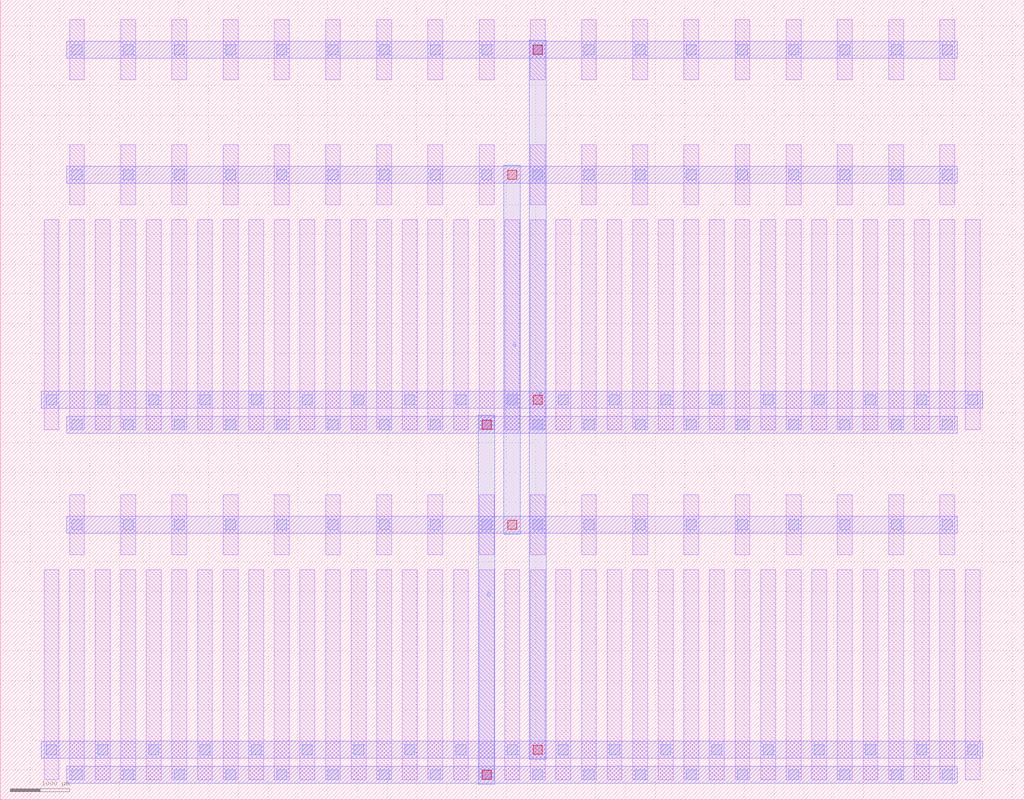
<source format=lef>
MACRO PMOS_S_24460802_X18_Y2
  UNITS 
    DATABASE MICRONS UNITS 1000;
  END UNITS 
  ORIGIN 0 0 ;
  FOREIGN PMOS_S_24460802_X18_Y2 0 0 ;
  SIZE 17200 BY 13440 ;
  PIN D
    DIRECTION INOUT ;
    USE SIGNAL ;
    PORT
      LAYER M3 ;
        RECT 8030 260 8310 6460 ;
    END
  END D
  PIN G
    DIRECTION INOUT ;
    USE SIGNAL ;
    PORT
      LAYER M3 ;
        RECT 8460 4460 8740 10660 ;
    END
  END G
  PIN S
    DIRECTION INOUT ;
    USE SIGNAL ;
    PORT
      LAYER M3 ;
        RECT 8890 680 9170 12760 ;
    END
  END S
  OBS
    LAYER M1 ;
      RECT 1165 335 1415 3865 ;
    LAYER M1 ;
      RECT 1165 4115 1415 5125 ;
    LAYER M1 ;
      RECT 1165 6215 1415 9745 ;
    LAYER M1 ;
      RECT 1165 9995 1415 11005 ;
    LAYER M1 ;
      RECT 1165 12095 1415 13105 ;
    LAYER M1 ;
      RECT 735 335 985 3865 ;
    LAYER M1 ;
      RECT 735 6215 985 9745 ;
    LAYER M1 ;
      RECT 1595 335 1845 3865 ;
    LAYER M1 ;
      RECT 1595 6215 1845 9745 ;
    LAYER M1 ;
      RECT 2025 335 2275 3865 ;
    LAYER M1 ;
      RECT 2025 4115 2275 5125 ;
    LAYER M1 ;
      RECT 2025 6215 2275 9745 ;
    LAYER M1 ;
      RECT 2025 9995 2275 11005 ;
    LAYER M1 ;
      RECT 2025 12095 2275 13105 ;
    LAYER M1 ;
      RECT 2455 335 2705 3865 ;
    LAYER M1 ;
      RECT 2455 6215 2705 9745 ;
    LAYER M1 ;
      RECT 2885 335 3135 3865 ;
    LAYER M1 ;
      RECT 2885 4115 3135 5125 ;
    LAYER M1 ;
      RECT 2885 6215 3135 9745 ;
    LAYER M1 ;
      RECT 2885 9995 3135 11005 ;
    LAYER M1 ;
      RECT 2885 12095 3135 13105 ;
    LAYER M1 ;
      RECT 3315 335 3565 3865 ;
    LAYER M1 ;
      RECT 3315 6215 3565 9745 ;
    LAYER M1 ;
      RECT 3745 335 3995 3865 ;
    LAYER M1 ;
      RECT 3745 4115 3995 5125 ;
    LAYER M1 ;
      RECT 3745 6215 3995 9745 ;
    LAYER M1 ;
      RECT 3745 9995 3995 11005 ;
    LAYER M1 ;
      RECT 3745 12095 3995 13105 ;
    LAYER M1 ;
      RECT 4175 335 4425 3865 ;
    LAYER M1 ;
      RECT 4175 6215 4425 9745 ;
    LAYER M1 ;
      RECT 4605 335 4855 3865 ;
    LAYER M1 ;
      RECT 4605 4115 4855 5125 ;
    LAYER M1 ;
      RECT 4605 6215 4855 9745 ;
    LAYER M1 ;
      RECT 4605 9995 4855 11005 ;
    LAYER M1 ;
      RECT 4605 12095 4855 13105 ;
    LAYER M1 ;
      RECT 5035 335 5285 3865 ;
    LAYER M1 ;
      RECT 5035 6215 5285 9745 ;
    LAYER M1 ;
      RECT 5465 335 5715 3865 ;
    LAYER M1 ;
      RECT 5465 4115 5715 5125 ;
    LAYER M1 ;
      RECT 5465 6215 5715 9745 ;
    LAYER M1 ;
      RECT 5465 9995 5715 11005 ;
    LAYER M1 ;
      RECT 5465 12095 5715 13105 ;
    LAYER M1 ;
      RECT 5895 335 6145 3865 ;
    LAYER M1 ;
      RECT 5895 6215 6145 9745 ;
    LAYER M1 ;
      RECT 6325 335 6575 3865 ;
    LAYER M1 ;
      RECT 6325 4115 6575 5125 ;
    LAYER M1 ;
      RECT 6325 6215 6575 9745 ;
    LAYER M1 ;
      RECT 6325 9995 6575 11005 ;
    LAYER M1 ;
      RECT 6325 12095 6575 13105 ;
    LAYER M1 ;
      RECT 6755 335 7005 3865 ;
    LAYER M1 ;
      RECT 6755 6215 7005 9745 ;
    LAYER M1 ;
      RECT 7185 335 7435 3865 ;
    LAYER M1 ;
      RECT 7185 4115 7435 5125 ;
    LAYER M1 ;
      RECT 7185 6215 7435 9745 ;
    LAYER M1 ;
      RECT 7185 9995 7435 11005 ;
    LAYER M1 ;
      RECT 7185 12095 7435 13105 ;
    LAYER M1 ;
      RECT 7615 335 7865 3865 ;
    LAYER M1 ;
      RECT 7615 6215 7865 9745 ;
    LAYER M1 ;
      RECT 8045 335 8295 3865 ;
    LAYER M1 ;
      RECT 8045 4115 8295 5125 ;
    LAYER M1 ;
      RECT 8045 6215 8295 9745 ;
    LAYER M1 ;
      RECT 8045 9995 8295 11005 ;
    LAYER M1 ;
      RECT 8045 12095 8295 13105 ;
    LAYER M1 ;
      RECT 8475 335 8725 3865 ;
    LAYER M1 ;
      RECT 8475 6215 8725 9745 ;
    LAYER M1 ;
      RECT 8905 335 9155 3865 ;
    LAYER M1 ;
      RECT 8905 4115 9155 5125 ;
    LAYER M1 ;
      RECT 8905 6215 9155 9745 ;
    LAYER M1 ;
      RECT 8905 9995 9155 11005 ;
    LAYER M1 ;
      RECT 8905 12095 9155 13105 ;
    LAYER M1 ;
      RECT 9335 335 9585 3865 ;
    LAYER M1 ;
      RECT 9335 6215 9585 9745 ;
    LAYER M1 ;
      RECT 9765 335 10015 3865 ;
    LAYER M1 ;
      RECT 9765 4115 10015 5125 ;
    LAYER M1 ;
      RECT 9765 6215 10015 9745 ;
    LAYER M1 ;
      RECT 9765 9995 10015 11005 ;
    LAYER M1 ;
      RECT 9765 12095 10015 13105 ;
    LAYER M1 ;
      RECT 10195 335 10445 3865 ;
    LAYER M1 ;
      RECT 10195 6215 10445 9745 ;
    LAYER M1 ;
      RECT 10625 335 10875 3865 ;
    LAYER M1 ;
      RECT 10625 4115 10875 5125 ;
    LAYER M1 ;
      RECT 10625 6215 10875 9745 ;
    LAYER M1 ;
      RECT 10625 9995 10875 11005 ;
    LAYER M1 ;
      RECT 10625 12095 10875 13105 ;
    LAYER M1 ;
      RECT 11055 335 11305 3865 ;
    LAYER M1 ;
      RECT 11055 6215 11305 9745 ;
    LAYER M1 ;
      RECT 11485 335 11735 3865 ;
    LAYER M1 ;
      RECT 11485 4115 11735 5125 ;
    LAYER M1 ;
      RECT 11485 6215 11735 9745 ;
    LAYER M1 ;
      RECT 11485 9995 11735 11005 ;
    LAYER M1 ;
      RECT 11485 12095 11735 13105 ;
    LAYER M1 ;
      RECT 11915 335 12165 3865 ;
    LAYER M1 ;
      RECT 11915 6215 12165 9745 ;
    LAYER M1 ;
      RECT 12345 335 12595 3865 ;
    LAYER M1 ;
      RECT 12345 4115 12595 5125 ;
    LAYER M1 ;
      RECT 12345 6215 12595 9745 ;
    LAYER M1 ;
      RECT 12345 9995 12595 11005 ;
    LAYER M1 ;
      RECT 12345 12095 12595 13105 ;
    LAYER M1 ;
      RECT 12775 335 13025 3865 ;
    LAYER M1 ;
      RECT 12775 6215 13025 9745 ;
    LAYER M1 ;
      RECT 13205 335 13455 3865 ;
    LAYER M1 ;
      RECT 13205 4115 13455 5125 ;
    LAYER M1 ;
      RECT 13205 6215 13455 9745 ;
    LAYER M1 ;
      RECT 13205 9995 13455 11005 ;
    LAYER M1 ;
      RECT 13205 12095 13455 13105 ;
    LAYER M1 ;
      RECT 13635 335 13885 3865 ;
    LAYER M1 ;
      RECT 13635 6215 13885 9745 ;
    LAYER M1 ;
      RECT 14065 335 14315 3865 ;
    LAYER M1 ;
      RECT 14065 4115 14315 5125 ;
    LAYER M1 ;
      RECT 14065 6215 14315 9745 ;
    LAYER M1 ;
      RECT 14065 9995 14315 11005 ;
    LAYER M1 ;
      RECT 14065 12095 14315 13105 ;
    LAYER M1 ;
      RECT 14495 335 14745 3865 ;
    LAYER M1 ;
      RECT 14495 6215 14745 9745 ;
    LAYER M1 ;
      RECT 14925 335 15175 3865 ;
    LAYER M1 ;
      RECT 14925 4115 15175 5125 ;
    LAYER M1 ;
      RECT 14925 6215 15175 9745 ;
    LAYER M1 ;
      RECT 14925 9995 15175 11005 ;
    LAYER M1 ;
      RECT 14925 12095 15175 13105 ;
    LAYER M1 ;
      RECT 15355 335 15605 3865 ;
    LAYER M1 ;
      RECT 15355 6215 15605 9745 ;
    LAYER M1 ;
      RECT 15785 335 16035 3865 ;
    LAYER M1 ;
      RECT 15785 4115 16035 5125 ;
    LAYER M1 ;
      RECT 15785 6215 16035 9745 ;
    LAYER M1 ;
      RECT 15785 9995 16035 11005 ;
    LAYER M1 ;
      RECT 15785 12095 16035 13105 ;
    LAYER M1 ;
      RECT 16215 335 16465 3865 ;
    LAYER M1 ;
      RECT 16215 6215 16465 9745 ;
    LAYER M2 ;
      RECT 1120 280 16080 560 ;
    LAYER M2 ;
      RECT 1120 4480 16080 4760 ;
    LAYER M2 ;
      RECT 690 700 16510 980 ;
    LAYER M2 ;
      RECT 1120 6160 16080 6440 ;
    LAYER M2 ;
      RECT 1120 10360 16080 10640 ;
    LAYER M2 ;
      RECT 1120 12460 16080 12740 ;
    LAYER M2 ;
      RECT 690 6580 16510 6860 ;
    LAYER V1 ;
      RECT 13245 335 13415 505 ;
    LAYER V1 ;
      RECT 13245 4535 13415 4705 ;
    LAYER V1 ;
      RECT 13245 6215 13415 6385 ;
    LAYER V1 ;
      RECT 13245 10415 13415 10585 ;
    LAYER V1 ;
      RECT 13245 12515 13415 12685 ;
    LAYER V1 ;
      RECT 14105 335 14275 505 ;
    LAYER V1 ;
      RECT 14105 4535 14275 4705 ;
    LAYER V1 ;
      RECT 14105 6215 14275 6385 ;
    LAYER V1 ;
      RECT 14105 10415 14275 10585 ;
    LAYER V1 ;
      RECT 14105 12515 14275 12685 ;
    LAYER V1 ;
      RECT 14965 335 15135 505 ;
    LAYER V1 ;
      RECT 14965 4535 15135 4705 ;
    LAYER V1 ;
      RECT 14965 6215 15135 6385 ;
    LAYER V1 ;
      RECT 14965 10415 15135 10585 ;
    LAYER V1 ;
      RECT 14965 12515 15135 12685 ;
    LAYER V1 ;
      RECT 1205 335 1375 505 ;
    LAYER V1 ;
      RECT 1205 4535 1375 4705 ;
    LAYER V1 ;
      RECT 1205 6215 1375 6385 ;
    LAYER V1 ;
      RECT 1205 10415 1375 10585 ;
    LAYER V1 ;
      RECT 1205 12515 1375 12685 ;
    LAYER V1 ;
      RECT 15825 335 15995 505 ;
    LAYER V1 ;
      RECT 15825 4535 15995 4705 ;
    LAYER V1 ;
      RECT 15825 6215 15995 6385 ;
    LAYER V1 ;
      RECT 15825 10415 15995 10585 ;
    LAYER V1 ;
      RECT 15825 12515 15995 12685 ;
    LAYER V1 ;
      RECT 2065 335 2235 505 ;
    LAYER V1 ;
      RECT 2065 4535 2235 4705 ;
    LAYER V1 ;
      RECT 2065 6215 2235 6385 ;
    LAYER V1 ;
      RECT 2065 10415 2235 10585 ;
    LAYER V1 ;
      RECT 2065 12515 2235 12685 ;
    LAYER V1 ;
      RECT 2925 335 3095 505 ;
    LAYER V1 ;
      RECT 2925 4535 3095 4705 ;
    LAYER V1 ;
      RECT 2925 6215 3095 6385 ;
    LAYER V1 ;
      RECT 2925 10415 3095 10585 ;
    LAYER V1 ;
      RECT 2925 12515 3095 12685 ;
    LAYER V1 ;
      RECT 3785 335 3955 505 ;
    LAYER V1 ;
      RECT 3785 4535 3955 4705 ;
    LAYER V1 ;
      RECT 3785 6215 3955 6385 ;
    LAYER V1 ;
      RECT 3785 10415 3955 10585 ;
    LAYER V1 ;
      RECT 3785 12515 3955 12685 ;
    LAYER V1 ;
      RECT 4645 335 4815 505 ;
    LAYER V1 ;
      RECT 4645 4535 4815 4705 ;
    LAYER V1 ;
      RECT 4645 6215 4815 6385 ;
    LAYER V1 ;
      RECT 4645 10415 4815 10585 ;
    LAYER V1 ;
      RECT 4645 12515 4815 12685 ;
    LAYER V1 ;
      RECT 5505 335 5675 505 ;
    LAYER V1 ;
      RECT 5505 4535 5675 4705 ;
    LAYER V1 ;
      RECT 5505 6215 5675 6385 ;
    LAYER V1 ;
      RECT 5505 10415 5675 10585 ;
    LAYER V1 ;
      RECT 5505 12515 5675 12685 ;
    LAYER V1 ;
      RECT 6365 335 6535 505 ;
    LAYER V1 ;
      RECT 6365 4535 6535 4705 ;
    LAYER V1 ;
      RECT 6365 6215 6535 6385 ;
    LAYER V1 ;
      RECT 6365 10415 6535 10585 ;
    LAYER V1 ;
      RECT 6365 12515 6535 12685 ;
    LAYER V1 ;
      RECT 7225 335 7395 505 ;
    LAYER V1 ;
      RECT 7225 4535 7395 4705 ;
    LAYER V1 ;
      RECT 7225 6215 7395 6385 ;
    LAYER V1 ;
      RECT 7225 10415 7395 10585 ;
    LAYER V1 ;
      RECT 7225 12515 7395 12685 ;
    LAYER V1 ;
      RECT 8085 335 8255 505 ;
    LAYER V1 ;
      RECT 8085 4535 8255 4705 ;
    LAYER V1 ;
      RECT 8085 6215 8255 6385 ;
    LAYER V1 ;
      RECT 8085 10415 8255 10585 ;
    LAYER V1 ;
      RECT 8085 12515 8255 12685 ;
    LAYER V1 ;
      RECT 8945 335 9115 505 ;
    LAYER V1 ;
      RECT 8945 4535 9115 4705 ;
    LAYER V1 ;
      RECT 8945 6215 9115 6385 ;
    LAYER V1 ;
      RECT 8945 10415 9115 10585 ;
    LAYER V1 ;
      RECT 8945 12515 9115 12685 ;
    LAYER V1 ;
      RECT 9805 335 9975 505 ;
    LAYER V1 ;
      RECT 9805 4535 9975 4705 ;
    LAYER V1 ;
      RECT 9805 6215 9975 6385 ;
    LAYER V1 ;
      RECT 9805 10415 9975 10585 ;
    LAYER V1 ;
      RECT 9805 12515 9975 12685 ;
    LAYER V1 ;
      RECT 10665 335 10835 505 ;
    LAYER V1 ;
      RECT 10665 4535 10835 4705 ;
    LAYER V1 ;
      RECT 10665 6215 10835 6385 ;
    LAYER V1 ;
      RECT 10665 10415 10835 10585 ;
    LAYER V1 ;
      RECT 10665 12515 10835 12685 ;
    LAYER V1 ;
      RECT 11525 335 11695 505 ;
    LAYER V1 ;
      RECT 11525 4535 11695 4705 ;
    LAYER V1 ;
      RECT 11525 6215 11695 6385 ;
    LAYER V1 ;
      RECT 11525 10415 11695 10585 ;
    LAYER V1 ;
      RECT 11525 12515 11695 12685 ;
    LAYER V1 ;
      RECT 12385 335 12555 505 ;
    LAYER V1 ;
      RECT 12385 4535 12555 4705 ;
    LAYER V1 ;
      RECT 12385 6215 12555 6385 ;
    LAYER V1 ;
      RECT 12385 10415 12555 10585 ;
    LAYER V1 ;
      RECT 12385 12515 12555 12685 ;
    LAYER V1 ;
      RECT 775 755 945 925 ;
    LAYER V1 ;
      RECT 775 6635 945 6805 ;
    LAYER V1 ;
      RECT 1635 755 1805 925 ;
    LAYER V1 ;
      RECT 1635 6635 1805 6805 ;
    LAYER V1 ;
      RECT 2495 755 2665 925 ;
    LAYER V1 ;
      RECT 2495 6635 2665 6805 ;
    LAYER V1 ;
      RECT 3355 755 3525 925 ;
    LAYER V1 ;
      RECT 3355 6635 3525 6805 ;
    LAYER V1 ;
      RECT 4215 755 4385 925 ;
    LAYER V1 ;
      RECT 4215 6635 4385 6805 ;
    LAYER V1 ;
      RECT 5075 755 5245 925 ;
    LAYER V1 ;
      RECT 5075 6635 5245 6805 ;
    LAYER V1 ;
      RECT 5935 755 6105 925 ;
    LAYER V1 ;
      RECT 5935 6635 6105 6805 ;
    LAYER V1 ;
      RECT 6795 755 6965 925 ;
    LAYER V1 ;
      RECT 6795 6635 6965 6805 ;
    LAYER V1 ;
      RECT 7655 755 7825 925 ;
    LAYER V1 ;
      RECT 7655 6635 7825 6805 ;
    LAYER V1 ;
      RECT 8515 755 8685 925 ;
    LAYER V1 ;
      RECT 8515 6635 8685 6805 ;
    LAYER V1 ;
      RECT 9375 755 9545 925 ;
    LAYER V1 ;
      RECT 9375 6635 9545 6805 ;
    LAYER V1 ;
      RECT 10235 755 10405 925 ;
    LAYER V1 ;
      RECT 10235 6635 10405 6805 ;
    LAYER V1 ;
      RECT 11095 755 11265 925 ;
    LAYER V1 ;
      RECT 11095 6635 11265 6805 ;
    LAYER V1 ;
      RECT 11955 755 12125 925 ;
    LAYER V1 ;
      RECT 11955 6635 12125 6805 ;
    LAYER V1 ;
      RECT 12815 755 12985 925 ;
    LAYER V1 ;
      RECT 12815 6635 12985 6805 ;
    LAYER V1 ;
      RECT 13675 755 13845 925 ;
    LAYER V1 ;
      RECT 13675 6635 13845 6805 ;
    LAYER V1 ;
      RECT 14535 755 14705 925 ;
    LAYER V1 ;
      RECT 14535 6635 14705 6805 ;
    LAYER V1 ;
      RECT 15395 755 15565 925 ;
    LAYER V1 ;
      RECT 15395 6635 15565 6805 ;
    LAYER V1 ;
      RECT 16255 755 16425 925 ;
    LAYER V1 ;
      RECT 16255 6635 16425 6805 ;
    LAYER V2 ;
      RECT 8095 345 8245 495 ;
    LAYER V2 ;
      RECT 8095 6225 8245 6375 ;
    LAYER V2 ;
      RECT 8525 4545 8675 4695 ;
    LAYER V2 ;
      RECT 8525 10425 8675 10575 ;
    LAYER V2 ;
      RECT 8955 765 9105 915 ;
    LAYER V2 ;
      RECT 8955 6645 9105 6795 ;
    LAYER V2 ;
      RECT 8955 12525 9105 12675 ;
  END
END PMOS_S_24460802_X18_Y2

</source>
